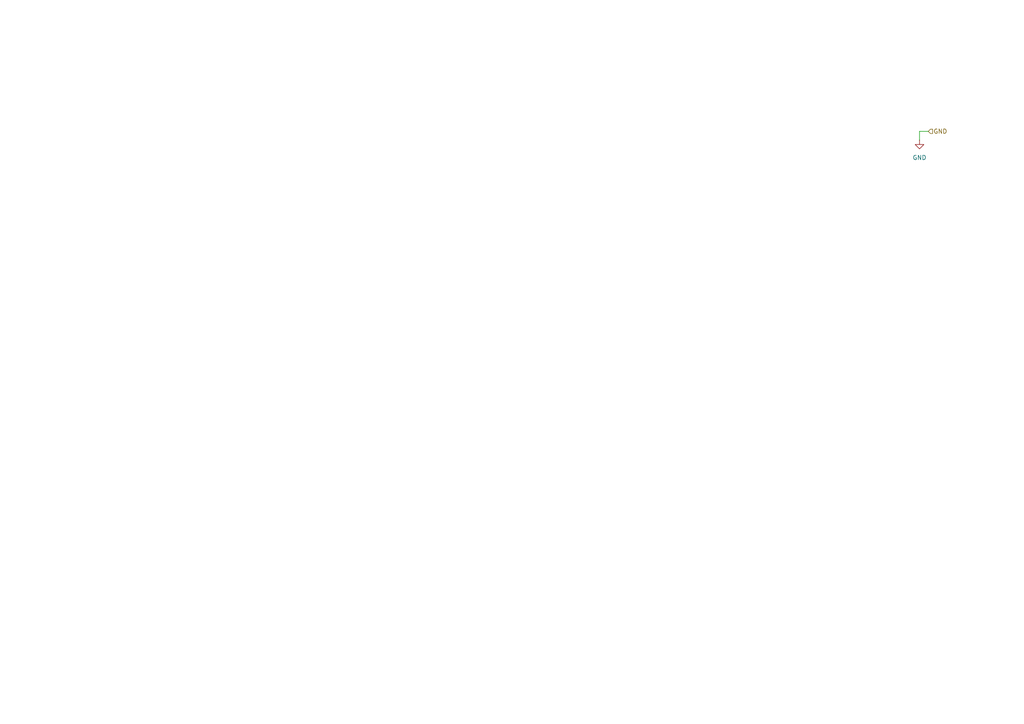
<source format=kicad_sch>
(kicad_sch (version 20250114) (generator "eeschema") (generator_version "9.0")
  (paper "A4")
  (lib_symbols
    (symbol "power:GND" (power) (pin_numbers (hide yes)) (pin_names (offset 0) (hide yes))
      (property "Value" "GND" (at 0 -3.81 0))
      (symbol "GND_0_1"
        (polyline (pts (xy 0 0) (xy 0 -1.27) (xy 1.27 -1.27) (xy 0 -2.54) (xy -1.27 -1.27) (xy 0 -1.27)))
      )
      (symbol "GND_1_1"
        (pin power_in line (at 0 0 270) (length 0) (name "~") (number "1"))
      )
    )
  )
  (wire (pts (xy 266.7 38.1) (xy 266.7 40.64)))
  (wire (pts (xy 269.24 38.1) (xy 266.7 38.1)))
  (hierarchical_label "GND" (shape input) (at 269.24 38.1 0))
  (symbol (lib_id "power:GND") (at 266.7 40.64 0) (unit 1)
    (property "Reference" "#PWR09" (effects (hide yes)))
    (property "Value" "GND" (at 266.7 45.72 0))
    (property "Description" "Power symbol creates a global label with name \"GND\" , ground" (effects (hide yes)))
  )
)
</source>
